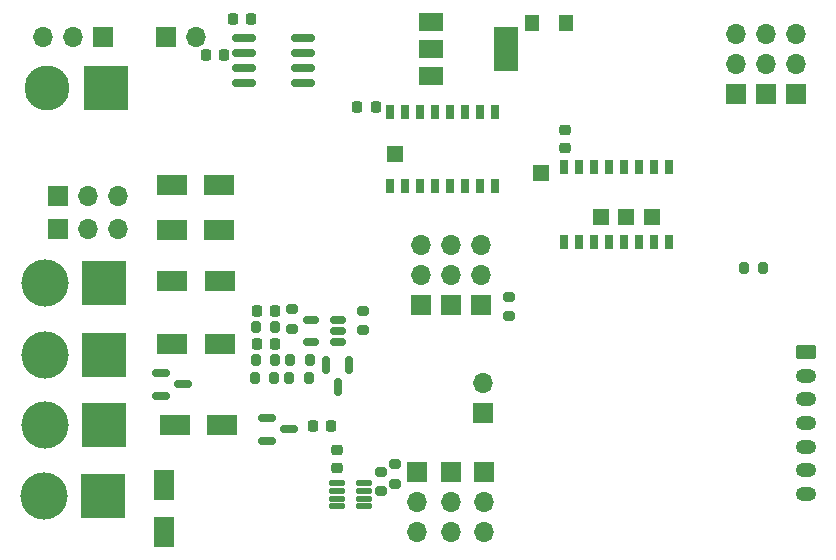
<source format=gbr>
%TF.GenerationSoftware,KiCad,Pcbnew,7.0.11-rc3*%
%TF.CreationDate,2024-12-28T02:26:29+01:00*%
%TF.ProjectId,jf-ecu32.7,6a662d65-6375-4333-922e-372e6b696361,rev?*%
%TF.SameCoordinates,Original*%
%TF.FileFunction,Soldermask,Bot*%
%TF.FilePolarity,Negative*%
%FSLAX46Y46*%
G04 Gerber Fmt 4.6, Leading zero omitted, Abs format (unit mm)*
G04 Created by KiCad (PCBNEW 7.0.11-rc3) date 2024-12-28 02:26:29*
%MOMM*%
%LPD*%
G01*
G04 APERTURE LIST*
G04 Aperture macros list*
%AMRoundRect*
0 Rectangle with rounded corners*
0 $1 Rounding radius*
0 $2 $3 $4 $5 $6 $7 $8 $9 X,Y pos of 4 corners*
0 Add a 4 corners polygon primitive as box body*
4,1,4,$2,$3,$4,$5,$6,$7,$8,$9,$2,$3,0*
0 Add four circle primitives for the rounded corners*
1,1,$1+$1,$2,$3*
1,1,$1+$1,$4,$5*
1,1,$1+$1,$6,$7*
1,1,$1+$1,$8,$9*
0 Add four rect primitives between the rounded corners*
20,1,$1+$1,$2,$3,$4,$5,0*
20,1,$1+$1,$4,$5,$6,$7,0*
20,1,$1+$1,$6,$7,$8,$9,0*
20,1,$1+$1,$8,$9,$2,$3,0*%
G04 Aperture macros list end*
%ADD10R,1.350000X1.350000*%
%ADD11R,1.700000X1.700000*%
%ADD12O,1.700000X1.700000*%
%ADD13RoundRect,0.250000X-0.625000X0.350000X-0.625000X-0.350000X0.625000X-0.350000X0.625000X0.350000X0*%
%ADD14O,1.750000X1.200000*%
%ADD15R,3.800000X3.800000*%
%ADD16C,4.000000*%
%ADD17C,3.800000*%
%ADD18RoundRect,0.200000X0.275000X-0.200000X0.275000X0.200000X-0.275000X0.200000X-0.275000X-0.200000X0*%
%ADD19R,2.500000X1.800000*%
%ADD20R,1.300000X1.400000*%
%ADD21RoundRect,0.150000X0.512500X0.150000X-0.512500X0.150000X-0.512500X-0.150000X0.512500X-0.150000X0*%
%ADD22RoundRect,0.150000X-0.150000X0.587500X-0.150000X-0.587500X0.150000X-0.587500X0.150000X0.587500X0*%
%ADD23RoundRect,0.150000X-0.825000X-0.150000X0.825000X-0.150000X0.825000X0.150000X-0.825000X0.150000X0*%
%ADD24RoundRect,0.225000X0.250000X-0.225000X0.250000X0.225000X-0.250000X0.225000X-0.250000X-0.225000X0*%
%ADD25R,1.800000X2.500000*%
%ADD26RoundRect,0.225000X0.225000X0.250000X-0.225000X0.250000X-0.225000X-0.250000X0.225000X-0.250000X0*%
%ADD27RoundRect,0.200000X0.200000X0.275000X-0.200000X0.275000X-0.200000X-0.275000X0.200000X-0.275000X0*%
%ADD28RoundRect,0.150000X-0.587500X-0.150000X0.587500X-0.150000X0.587500X0.150000X-0.587500X0.150000X0*%
%ADD29RoundRect,0.200000X-0.275000X0.200000X-0.275000X-0.200000X0.275000X-0.200000X0.275000X0.200000X0*%
%ADD30R,0.800000X1.300000*%
%ADD31RoundRect,0.200000X-0.200000X-0.275000X0.200000X-0.275000X0.200000X0.275000X-0.200000X0.275000X0*%
%ADD32R,2.000000X1.500000*%
%ADD33R,2.000000X3.800000*%
%ADD34RoundRect,0.125000X-0.537500X-0.125000X0.537500X-0.125000X0.537500X0.125000X-0.537500X0.125000X0*%
%ADD35RoundRect,0.225000X-0.225000X-0.250000X0.225000X-0.250000X0.225000X0.250000X-0.225000X0.250000X0*%
G04 APERTURE END LIST*
D10*
%TO.C,TDI1*%
X47371000Y-163068000D03*
%TD*%
D11*
%TO.C,J16*%
X54610000Y-175880000D03*
D12*
X54610000Y-173340000D03*
X54610000Y-170800000D03*
%TD*%
D11*
%TO.C,J18*%
X54860000Y-189970000D03*
D12*
X54860000Y-192510000D03*
X54860000Y-195050000D03*
%TD*%
D11*
%TO.C,J7*%
X18811000Y-166624000D03*
D12*
X21351000Y-166624000D03*
X23891000Y-166624000D03*
%TD*%
D13*
%TO.C,J21*%
X82150000Y-179870000D03*
D14*
X82150000Y-181870000D03*
X82150000Y-183870000D03*
X82150000Y-185870000D03*
X82150000Y-187870000D03*
X82150000Y-189870000D03*
X82150000Y-191870000D03*
%TD*%
D11*
%TO.C,J4*%
X49246600Y-189970000D03*
D12*
X49246600Y-192510000D03*
X49246600Y-195050000D03*
%TD*%
D11*
%TO.C,J15*%
X52066000Y-189970000D03*
D12*
X52066000Y-192510000D03*
X52066000Y-195050000D03*
%TD*%
D11*
%TO.C,J10*%
X27940000Y-153162000D03*
D12*
X30480000Y-153162000D03*
%TD*%
D11*
%TO.C,J19*%
X54830000Y-185050000D03*
D12*
X54830000Y-182510000D03*
%TD*%
D15*
%TO.C,J9*%
X22693000Y-180086000D03*
D16*
X17693000Y-180086000D03*
%TD*%
D10*
%TO.C,GND1*%
X69088000Y-168402000D03*
%TD*%
D11*
%TO.C,J6*%
X18811000Y-169418000D03*
D12*
X21351000Y-169418000D03*
X23891000Y-169418000D03*
%TD*%
D10*
%TO.C,TMS1*%
X59690000Y-164719000D03*
%TD*%
%TO.C,TCK1*%
X66929000Y-168402000D03*
%TD*%
D11*
%TO.C,J3*%
X49530000Y-175895000D03*
D12*
X49530000Y-173355000D03*
X49530000Y-170815000D03*
%TD*%
D15*
%TO.C,J8*%
X22860000Y-157480000D03*
D17*
X17860000Y-157480000D03*
%TD*%
D11*
%TO.C,J1*%
X76200000Y-158003000D03*
D12*
X76200000Y-155463000D03*
X76200000Y-152923000D03*
%TD*%
D15*
%TO.C,J17*%
X22693000Y-173990000D03*
D16*
X17693000Y-173990000D03*
%TD*%
D15*
%TO.C,J5*%
X22606000Y-192024000D03*
D16*
X17606000Y-192024000D03*
%TD*%
D11*
%TO.C,J12*%
X81280000Y-157988000D03*
D12*
X81280000Y-155448000D03*
X81280000Y-152908000D03*
%TD*%
D11*
%TO.C,J13*%
X52070000Y-175895000D03*
D12*
X52070000Y-173355000D03*
X52070000Y-170815000D03*
%TD*%
D11*
%TO.C,J2*%
X78740000Y-158003000D03*
D12*
X78740000Y-155463000D03*
X78740000Y-152923000D03*
%TD*%
D11*
%TO.C,J11*%
X22606000Y-153162000D03*
D12*
X20066000Y-153162000D03*
X17526000Y-153162000D03*
%TD*%
D10*
%TO.C,TDO1*%
X64770000Y-168402000D03*
%TD*%
D15*
%TO.C,J14*%
X22693000Y-186055000D03*
D16*
X17693000Y-186055000D03*
%TD*%
D18*
%TO.C,R23*%
X46190000Y-191650000D03*
X46190000Y-190000000D03*
%TD*%
D19*
%TO.C,D9*%
X32480000Y-169545000D03*
X28480000Y-169545000D03*
%TD*%
D20*
%TO.C,D1*%
X58928000Y-152019000D03*
X61828000Y-152019000D03*
%TD*%
D21*
%TO.C,U7*%
X42545000Y-177104000D03*
X42545000Y-178054000D03*
X42545000Y-179004000D03*
X40270000Y-179004000D03*
X40270000Y-177104000D03*
%TD*%
D22*
%TO.C,U8*%
X41545000Y-180914000D03*
X43445000Y-180914000D03*
X42495000Y-182789000D03*
%TD*%
D23*
%TO.C,U3*%
X34609000Y-157099000D03*
X34609000Y-155829000D03*
X34609000Y-154559000D03*
X34609000Y-153289000D03*
X39559000Y-153289000D03*
X39559000Y-154559000D03*
X39559000Y-155829000D03*
X39559000Y-157099000D03*
%TD*%
D24*
%TO.C,C2*%
X42460000Y-189660000D03*
X42460000Y-188110000D03*
%TD*%
D25*
%TO.C,D10*%
X27780000Y-195080000D03*
X27780000Y-191080000D03*
%TD*%
D26*
%TO.C,C5*%
X45720000Y-159131000D03*
X44170000Y-159131000D03*
%TD*%
D27*
%TO.C,R16*%
X78549000Y-172720000D03*
X76899000Y-172720000D03*
%TD*%
D28*
%TO.C,Q7*%
X36545000Y-187360000D03*
X36545000Y-185460000D03*
X38420000Y-186410000D03*
%TD*%
D24*
%TO.C,C6*%
X61722000Y-162573000D03*
X61722000Y-161023000D03*
%TD*%
D26*
%TO.C,C10*%
X32906000Y-154686000D03*
X31356000Y-154686000D03*
%TD*%
%TO.C,C4*%
X37235000Y-176342000D03*
X35685000Y-176342000D03*
%TD*%
D27*
%TO.C,R17*%
X37222000Y-177739000D03*
X35572000Y-177739000D03*
%TD*%
D19*
%TO.C,D15*%
X32512000Y-173863000D03*
X28512000Y-173863000D03*
%TD*%
D29*
%TO.C,R22*%
X38619000Y-176215000D03*
X38619000Y-177865000D03*
%TD*%
D27*
%TO.C,R20*%
X37222000Y-180533000D03*
X35572000Y-180533000D03*
%TD*%
D29*
%TO.C,R24*%
X44660000Y-176360000D03*
X44660000Y-178010000D03*
%TD*%
D19*
%TO.C,D13*%
X32734000Y-186055000D03*
X28734000Y-186055000D03*
%TD*%
D18*
%TO.C,R6*%
X47400000Y-190990000D03*
X47400000Y-189340000D03*
%TD*%
%TO.C,R14*%
X57023000Y-176808400D03*
X57023000Y-175158400D03*
%TD*%
D30*
%TO.C,U2*%
X61666200Y-164210600D03*
X62946200Y-164210600D03*
X64206200Y-164210600D03*
X65476200Y-164210600D03*
X66756200Y-164210600D03*
X68026200Y-164210600D03*
X69286200Y-164210600D03*
X70566200Y-164210600D03*
X70566200Y-170510600D03*
X69286200Y-170510600D03*
X68026200Y-170510600D03*
X66756200Y-170510600D03*
X65476200Y-170510600D03*
X64206200Y-170510600D03*
X62946200Y-170510600D03*
X61666200Y-170510600D03*
%TD*%
D19*
%TO.C,D7*%
X32480000Y-165735000D03*
X28480000Y-165735000D03*
%TD*%
D30*
%TO.C,U5*%
X46959600Y-159537000D03*
X48239600Y-159537000D03*
X49499600Y-159537000D03*
X50769600Y-159537000D03*
X52049600Y-159537000D03*
X53319600Y-159537000D03*
X54579600Y-159537000D03*
X55859600Y-159537000D03*
X55859600Y-165837000D03*
X54579600Y-165837000D03*
X53319600Y-165837000D03*
X52049600Y-165837000D03*
X50769600Y-165837000D03*
X49499600Y-165837000D03*
X48239600Y-165837000D03*
X46959600Y-165837000D03*
%TD*%
D31*
%TO.C,R21*%
X35508000Y-182057000D03*
X37158000Y-182057000D03*
%TD*%
D27*
%TO.C,R18*%
X40079000Y-182057000D03*
X38429000Y-182057000D03*
%TD*%
D26*
%TO.C,C12*%
X37222000Y-179136000D03*
X35672000Y-179136000D03*
%TD*%
D32*
%TO.C,U6*%
X50444000Y-156478000D03*
X50444000Y-154178000D03*
D33*
X56744000Y-154178000D03*
D32*
X50444000Y-151878000D03*
%TD*%
D26*
%TO.C,C11*%
X35179000Y-151638000D03*
X33629000Y-151638000D03*
%TD*%
D31*
%TO.C,R19*%
X38492000Y-180533000D03*
X40142000Y-180533000D03*
%TD*%
D19*
%TO.C,D3*%
X32520000Y-179197000D03*
X28520000Y-179197000D03*
%TD*%
D34*
%TO.C,U9*%
X42460000Y-192930000D03*
X42460000Y-192280000D03*
X42460000Y-191630000D03*
X42460000Y-190980000D03*
X44735000Y-190980000D03*
X44735000Y-191630000D03*
X44735000Y-192280000D03*
X44735000Y-192930000D03*
%TD*%
D28*
%TO.C,Q8*%
X27575000Y-183540000D03*
X27575000Y-181640000D03*
X29450000Y-182590000D03*
%TD*%
D35*
%TO.C,C13*%
X40420000Y-186100000D03*
X41970000Y-186100000D03*
%TD*%
M02*

</source>
